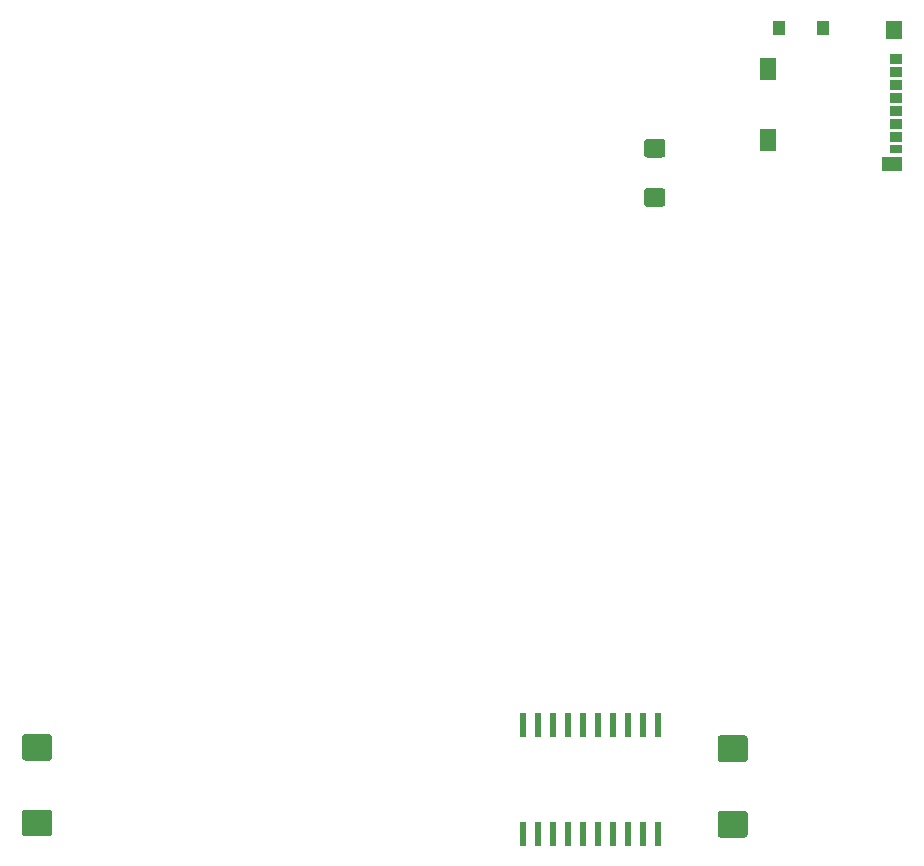
<source format=gbr>
%TF.GenerationSoftware,KiCad,Pcbnew,(5.1.10)-1*%
%TF.CreationDate,2021-12-13T18:42:30+00:00*%
%TF.ProjectId,isascsi,69736173-6373-4692-9e6b-696361645f70,rev?*%
%TF.SameCoordinates,Original*%
%TF.FileFunction,Paste,Top*%
%TF.FilePolarity,Positive*%
%FSLAX46Y46*%
G04 Gerber Fmt 4.6, Leading zero omitted, Abs format (unit mm)*
G04 Created by KiCad (PCBNEW (5.1.10)-1) date 2021-12-13 18:42:30*
%MOMM*%
%LPD*%
G01*
G04 APERTURE LIST*
%ADD10R,1.350000X1.900000*%
%ADD11R,1.000000X1.200000*%
%ADD12R,1.350000X1.550000*%
%ADD13R,1.800000X1.170000*%
%ADD14R,1.100000X0.850000*%
%ADD15R,1.100000X0.750000*%
%ADD16R,0.508000X1.998980*%
G04 APERTURE END LIST*
%TO.C,C4*%
G36*
G01*
X179060999Y-108186000D02*
X181111001Y-108186000D01*
G75*
G02*
X181361000Y-108435999I0J-249999D01*
G01*
X181361000Y-110186001D01*
G75*
G02*
X181111001Y-110436000I-249999J0D01*
G01*
X179060999Y-110436000D01*
G75*
G02*
X178811000Y-110186001I0J249999D01*
G01*
X178811000Y-108435999D01*
G75*
G02*
X179060999Y-108186000I249999J0D01*
G01*
G37*
G36*
G01*
X179060999Y-101786000D02*
X181111001Y-101786000D01*
G75*
G02*
X181361000Y-102035999I0J-249999D01*
G01*
X181361000Y-103786001D01*
G75*
G02*
X181111001Y-104036000I-249999J0D01*
G01*
X179060999Y-104036000D01*
G75*
G02*
X178811000Y-103786001I0J249999D01*
G01*
X178811000Y-102035999D01*
G75*
G02*
X179060999Y-101786000I249999J0D01*
G01*
G37*
%TD*%
%TO.C,C1*%
G36*
G01*
X120162999Y-108075000D02*
X122213001Y-108075000D01*
G75*
G02*
X122463000Y-108324999I0J-249999D01*
G01*
X122463000Y-110075001D01*
G75*
G02*
X122213001Y-110325000I-249999J0D01*
G01*
X120162999Y-110325000D01*
G75*
G02*
X119913000Y-110075001I0J249999D01*
G01*
X119913000Y-108324999D01*
G75*
G02*
X120162999Y-108075000I249999J0D01*
G01*
G37*
G36*
G01*
X120162999Y-101675000D02*
X122213001Y-101675000D01*
G75*
G02*
X122463000Y-101924999I0J-249999D01*
G01*
X122463000Y-103675001D01*
G75*
G02*
X122213001Y-103925000I-249999J0D01*
G01*
X120162999Y-103925000D01*
G75*
G02*
X119913000Y-103675001I0J249999D01*
G01*
X119913000Y-101924999D01*
G75*
G02*
X120162999Y-101675000I249999J0D01*
G01*
G37*
%TD*%
%TO.C,F1*%
G36*
G01*
X172831999Y-55458300D02*
X174132001Y-55458300D01*
G75*
G02*
X174382000Y-55708299I0J-249999D01*
G01*
X174382000Y-56783301D01*
G75*
G02*
X174132001Y-57033300I-249999J0D01*
G01*
X172831999Y-57033300D01*
G75*
G02*
X172582000Y-56783301I0J249999D01*
G01*
X172582000Y-55708299D01*
G75*
G02*
X172831999Y-55458300I249999J0D01*
G01*
G37*
G36*
G01*
X172832425Y-51283300D02*
X174131575Y-51283300D01*
G75*
G02*
X174382000Y-51533725I0J-250425D01*
G01*
X174382000Y-52607875D01*
G75*
G02*
X174131575Y-52858300I-250425J0D01*
G01*
X172832425Y-52858300D01*
G75*
G02*
X172582000Y-52607875I0J250425D01*
G01*
X172582000Y-51533725D01*
G75*
G02*
X172832425Y-51283300I250425J0D01*
G01*
G37*
%TD*%
D10*
%TO.C,J5*%
X183058000Y-51340400D03*
X183058000Y-45370400D03*
D11*
X187733000Y-41870400D03*
X184033000Y-41870400D03*
D12*
X193758000Y-42045400D03*
D13*
X193533000Y-53365400D03*
D14*
X193883000Y-51105400D03*
X193883000Y-50005400D03*
X193883000Y-48905400D03*
X193883000Y-47805400D03*
X193883000Y-46705400D03*
X193883000Y-45605400D03*
D15*
X193883000Y-52155400D03*
D14*
X193883000Y-44505400D03*
%TD*%
D16*
%TO.C,U2*%
X173802000Y-110095940D03*
X172532000Y-110095940D03*
X171262000Y-110095940D03*
X169992000Y-110095940D03*
X168722000Y-110095940D03*
X167452000Y-110095940D03*
X166182000Y-110095940D03*
X164912000Y-110095940D03*
X163642000Y-110095940D03*
X162372000Y-110095940D03*
X162372000Y-100896060D03*
X163642000Y-100896060D03*
X164912000Y-100896060D03*
X166182000Y-100896060D03*
X167452000Y-100896060D03*
X168722000Y-100896060D03*
X169992000Y-100896060D03*
X171262000Y-100896060D03*
X172532000Y-100896060D03*
X173802000Y-100896060D03*
%TD*%
M02*

</source>
